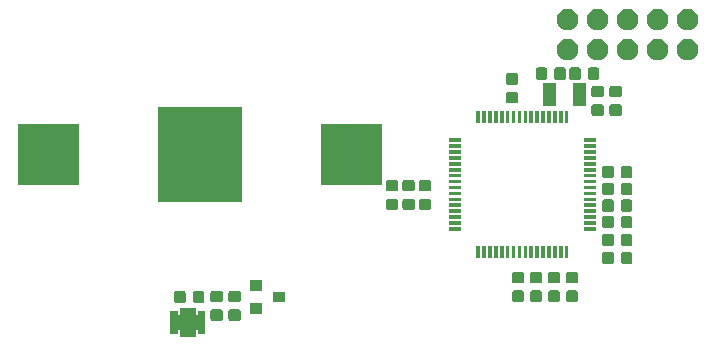
<source format=gbr>
G04 #@! TF.GenerationSoftware,KiCad,Pcbnew,5.0.2+dfsg1-1~bpo9+1*
G04 #@! TF.CreationDate,2019-04-13T13:24:29+03:00*
G04 #@! TF.ProjectId,kicad,6b696361-642e-46b6-9963-61645f706362,rev?*
G04 #@! TF.SameCoordinates,Original*
G04 #@! TF.FileFunction,Soldermask,Bot*
G04 #@! TF.FilePolarity,Negative*
%FSLAX46Y46*%
G04 Gerber Fmt 4.6, Leading zero omitted, Abs format (unit mm)*
G04 Created by KiCad (PCBNEW 5.0.2+dfsg1-1~bpo9+1) date Sat 13 Apr 2019 01:24:29 PM MSK*
%MOMM*%
%LPD*%
G01*
G04 APERTURE LIST*
%ADD10C,0.100000*%
G04 APERTURE END LIST*
D10*
G36*
X144907000Y-106807000D02*
X146685000Y-106807000D01*
X146685000Y-108077000D01*
X144907000Y-108077000D01*
X144907000Y-106807000D01*
G37*
G36*
X146484800Y-108682000D02*
X145084000Y-108682000D01*
X145084000Y-108051200D01*
X146484800Y-108051200D01*
X146484800Y-108682000D01*
X146484800Y-108682000D01*
G37*
G36*
X147274800Y-108392000D02*
X146644000Y-108392000D01*
X146644000Y-106491200D01*
X147274800Y-106491200D01*
X147274800Y-108392000D01*
X147274800Y-108392000D01*
G37*
G36*
X144924800Y-108392000D02*
X144294000Y-108392000D01*
X144294000Y-106491200D01*
X144924800Y-106491200D01*
X144924800Y-108392000D01*
X144924800Y-108392000D01*
G37*
G36*
X148558356Y-106323148D02*
X148599422Y-106335605D01*
X148637267Y-106355833D01*
X148670441Y-106383059D01*
X148697667Y-106416233D01*
X148717895Y-106454078D01*
X148730352Y-106495144D01*
X148734800Y-106540304D01*
X148734800Y-107073696D01*
X148730352Y-107118856D01*
X148717895Y-107159922D01*
X148697667Y-107197767D01*
X148670441Y-107230941D01*
X148637267Y-107258167D01*
X148599422Y-107278395D01*
X148558356Y-107290852D01*
X148513196Y-107295300D01*
X147904804Y-107295300D01*
X147859644Y-107290852D01*
X147818578Y-107278395D01*
X147780733Y-107258167D01*
X147747559Y-107230941D01*
X147720333Y-107197767D01*
X147700105Y-107159922D01*
X147687648Y-107118856D01*
X147683200Y-107073696D01*
X147683200Y-106540304D01*
X147687648Y-106495144D01*
X147700105Y-106454078D01*
X147720333Y-106416233D01*
X147747559Y-106383059D01*
X147780733Y-106355833D01*
X147818578Y-106335605D01*
X147859644Y-106323148D01*
X147904804Y-106318700D01*
X148513196Y-106318700D01*
X148558356Y-106323148D01*
X148558356Y-106323148D01*
G37*
G36*
X150082356Y-106323148D02*
X150123422Y-106335605D01*
X150161267Y-106355833D01*
X150194441Y-106383059D01*
X150221667Y-106416233D01*
X150241895Y-106454078D01*
X150254352Y-106495144D01*
X150258800Y-106540304D01*
X150258800Y-107073696D01*
X150254352Y-107118856D01*
X150241895Y-107159922D01*
X150221667Y-107197767D01*
X150194441Y-107230941D01*
X150161267Y-107258167D01*
X150123422Y-107278395D01*
X150082356Y-107290852D01*
X150037196Y-107295300D01*
X149428804Y-107295300D01*
X149383644Y-107290852D01*
X149342578Y-107278395D01*
X149304733Y-107258167D01*
X149271559Y-107230941D01*
X149244333Y-107197767D01*
X149224105Y-107159922D01*
X149211648Y-107118856D01*
X149207200Y-107073696D01*
X149207200Y-106540304D01*
X149211648Y-106495144D01*
X149224105Y-106454078D01*
X149244333Y-106416233D01*
X149271559Y-106383059D01*
X149304733Y-106355833D01*
X149342578Y-106335605D01*
X149383644Y-106323148D01*
X149428804Y-106318700D01*
X150037196Y-106318700D01*
X150082356Y-106323148D01*
X150082356Y-106323148D01*
G37*
G36*
X146484800Y-106832000D02*
X145084000Y-106832000D01*
X145084000Y-106201200D01*
X146484800Y-106201200D01*
X146484800Y-106832000D01*
X146484800Y-106832000D01*
G37*
G36*
X152027800Y-106683800D02*
X151026200Y-106683800D01*
X151026200Y-105782200D01*
X152027800Y-105782200D01*
X152027800Y-106683800D01*
X152027800Y-106683800D01*
G37*
G36*
X146996856Y-104761648D02*
X147037922Y-104774105D01*
X147075767Y-104794333D01*
X147108941Y-104821559D01*
X147136167Y-104854733D01*
X147156395Y-104892578D01*
X147168852Y-104933644D01*
X147173300Y-104978804D01*
X147173300Y-105587196D01*
X147168852Y-105632356D01*
X147156395Y-105673422D01*
X147136167Y-105711267D01*
X147108941Y-105744441D01*
X147075767Y-105771667D01*
X147037922Y-105791895D01*
X146996856Y-105804352D01*
X146951696Y-105808800D01*
X146418304Y-105808800D01*
X146373144Y-105804352D01*
X146332078Y-105791895D01*
X146294233Y-105771667D01*
X146261059Y-105744441D01*
X146233833Y-105711267D01*
X146213605Y-105673422D01*
X146201148Y-105632356D01*
X146196700Y-105587196D01*
X146196700Y-104978804D01*
X146201148Y-104933644D01*
X146213605Y-104892578D01*
X146233833Y-104854733D01*
X146261059Y-104821559D01*
X146294233Y-104794333D01*
X146332078Y-104774105D01*
X146373144Y-104761648D01*
X146418304Y-104757200D01*
X146951696Y-104757200D01*
X146996856Y-104761648D01*
X146996856Y-104761648D01*
G37*
G36*
X145421856Y-104761648D02*
X145462922Y-104774105D01*
X145500767Y-104794333D01*
X145533941Y-104821559D01*
X145561167Y-104854733D01*
X145581395Y-104892578D01*
X145593852Y-104933644D01*
X145598300Y-104978804D01*
X145598300Y-105587196D01*
X145593852Y-105632356D01*
X145581395Y-105673422D01*
X145561167Y-105711267D01*
X145533941Y-105744441D01*
X145500767Y-105771667D01*
X145462922Y-105791895D01*
X145421856Y-105804352D01*
X145376696Y-105808800D01*
X144843304Y-105808800D01*
X144798144Y-105804352D01*
X144757078Y-105791895D01*
X144719233Y-105771667D01*
X144686059Y-105744441D01*
X144658833Y-105711267D01*
X144638605Y-105673422D01*
X144626148Y-105632356D01*
X144621700Y-105587196D01*
X144621700Y-104978804D01*
X144626148Y-104933644D01*
X144638605Y-104892578D01*
X144658833Y-104854733D01*
X144686059Y-104821559D01*
X144719233Y-104794333D01*
X144757078Y-104774105D01*
X144798144Y-104761648D01*
X144843304Y-104757200D01*
X145376696Y-104757200D01*
X145421856Y-104761648D01*
X145421856Y-104761648D01*
G37*
G36*
X154027800Y-105733800D02*
X153026200Y-105733800D01*
X153026200Y-104832200D01*
X154027800Y-104832200D01*
X154027800Y-105733800D01*
X154027800Y-105733800D01*
G37*
G36*
X148558356Y-104748148D02*
X148599422Y-104760605D01*
X148637267Y-104780833D01*
X148670441Y-104808059D01*
X148697667Y-104841233D01*
X148717895Y-104879078D01*
X148730352Y-104920144D01*
X148734800Y-104965304D01*
X148734800Y-105498696D01*
X148730352Y-105543856D01*
X148717895Y-105584922D01*
X148697667Y-105622767D01*
X148670441Y-105655941D01*
X148637267Y-105683167D01*
X148599422Y-105703395D01*
X148558356Y-105715852D01*
X148513196Y-105720300D01*
X147904804Y-105720300D01*
X147859644Y-105715852D01*
X147818578Y-105703395D01*
X147780733Y-105683167D01*
X147747559Y-105655941D01*
X147720333Y-105622767D01*
X147700105Y-105584922D01*
X147687648Y-105543856D01*
X147683200Y-105498696D01*
X147683200Y-104965304D01*
X147687648Y-104920144D01*
X147700105Y-104879078D01*
X147720333Y-104841233D01*
X147747559Y-104808059D01*
X147780733Y-104780833D01*
X147818578Y-104760605D01*
X147859644Y-104748148D01*
X147904804Y-104743700D01*
X148513196Y-104743700D01*
X148558356Y-104748148D01*
X148558356Y-104748148D01*
G37*
G36*
X150082356Y-104748148D02*
X150123422Y-104760605D01*
X150161267Y-104780833D01*
X150194441Y-104808059D01*
X150221667Y-104841233D01*
X150241895Y-104879078D01*
X150254352Y-104920144D01*
X150258800Y-104965304D01*
X150258800Y-105498696D01*
X150254352Y-105543856D01*
X150241895Y-105584922D01*
X150221667Y-105622767D01*
X150194441Y-105655941D01*
X150161267Y-105683167D01*
X150123422Y-105703395D01*
X150082356Y-105715852D01*
X150037196Y-105720300D01*
X149428804Y-105720300D01*
X149383644Y-105715852D01*
X149342578Y-105703395D01*
X149304733Y-105683167D01*
X149271559Y-105655941D01*
X149244333Y-105622767D01*
X149224105Y-105584922D01*
X149211648Y-105543856D01*
X149207200Y-105498696D01*
X149207200Y-104965304D01*
X149211648Y-104920144D01*
X149224105Y-104879078D01*
X149244333Y-104841233D01*
X149271559Y-104808059D01*
X149304733Y-104780833D01*
X149342578Y-104760605D01*
X149383644Y-104748148D01*
X149428804Y-104743700D01*
X150037196Y-104743700D01*
X150082356Y-104748148D01*
X150082356Y-104748148D01*
G37*
G36*
X177133356Y-104723148D02*
X177174422Y-104735605D01*
X177212267Y-104755833D01*
X177245441Y-104783059D01*
X177272667Y-104816233D01*
X177292895Y-104854078D01*
X177305352Y-104895144D01*
X177309800Y-104940304D01*
X177309800Y-105473696D01*
X177305352Y-105518856D01*
X177292895Y-105559922D01*
X177272667Y-105597767D01*
X177245441Y-105630941D01*
X177212267Y-105658167D01*
X177174422Y-105678395D01*
X177133356Y-105690852D01*
X177088196Y-105695300D01*
X176479804Y-105695300D01*
X176434644Y-105690852D01*
X176393578Y-105678395D01*
X176355733Y-105658167D01*
X176322559Y-105630941D01*
X176295333Y-105597767D01*
X176275105Y-105559922D01*
X176262648Y-105518856D01*
X176258200Y-105473696D01*
X176258200Y-104940304D01*
X176262648Y-104895144D01*
X176275105Y-104854078D01*
X176295333Y-104816233D01*
X176322559Y-104783059D01*
X176355733Y-104755833D01*
X176393578Y-104735605D01*
X176434644Y-104723148D01*
X176479804Y-104718700D01*
X177088196Y-104718700D01*
X177133356Y-104723148D01*
X177133356Y-104723148D01*
G37*
G36*
X178657356Y-104723148D02*
X178698422Y-104735605D01*
X178736267Y-104755833D01*
X178769441Y-104783059D01*
X178796667Y-104816233D01*
X178816895Y-104854078D01*
X178829352Y-104895144D01*
X178833800Y-104940304D01*
X178833800Y-105473696D01*
X178829352Y-105518856D01*
X178816895Y-105559922D01*
X178796667Y-105597767D01*
X178769441Y-105630941D01*
X178736267Y-105658167D01*
X178698422Y-105678395D01*
X178657356Y-105690852D01*
X178612196Y-105695300D01*
X178003804Y-105695300D01*
X177958644Y-105690852D01*
X177917578Y-105678395D01*
X177879733Y-105658167D01*
X177846559Y-105630941D01*
X177819333Y-105597767D01*
X177799105Y-105559922D01*
X177786648Y-105518856D01*
X177782200Y-105473696D01*
X177782200Y-104940304D01*
X177786648Y-104895144D01*
X177799105Y-104854078D01*
X177819333Y-104816233D01*
X177846559Y-104783059D01*
X177879733Y-104755833D01*
X177917578Y-104735605D01*
X177958644Y-104723148D01*
X178003804Y-104718700D01*
X178612196Y-104718700D01*
X178657356Y-104723148D01*
X178657356Y-104723148D01*
G37*
G36*
X175609356Y-104723148D02*
X175650422Y-104735605D01*
X175688267Y-104755833D01*
X175721441Y-104783059D01*
X175748667Y-104816233D01*
X175768895Y-104854078D01*
X175781352Y-104895144D01*
X175785800Y-104940304D01*
X175785800Y-105473696D01*
X175781352Y-105518856D01*
X175768895Y-105559922D01*
X175748667Y-105597767D01*
X175721441Y-105630941D01*
X175688267Y-105658167D01*
X175650422Y-105678395D01*
X175609356Y-105690852D01*
X175564196Y-105695300D01*
X174955804Y-105695300D01*
X174910644Y-105690852D01*
X174869578Y-105678395D01*
X174831733Y-105658167D01*
X174798559Y-105630941D01*
X174771333Y-105597767D01*
X174751105Y-105559922D01*
X174738648Y-105518856D01*
X174734200Y-105473696D01*
X174734200Y-104940304D01*
X174738648Y-104895144D01*
X174751105Y-104854078D01*
X174771333Y-104816233D01*
X174798559Y-104783059D01*
X174831733Y-104755833D01*
X174869578Y-104735605D01*
X174910644Y-104723148D01*
X174955804Y-104718700D01*
X175564196Y-104718700D01*
X175609356Y-104723148D01*
X175609356Y-104723148D01*
G37*
G36*
X174085356Y-104723148D02*
X174126422Y-104735605D01*
X174164267Y-104755833D01*
X174197441Y-104783059D01*
X174224667Y-104816233D01*
X174244895Y-104854078D01*
X174257352Y-104895144D01*
X174261800Y-104940304D01*
X174261800Y-105473696D01*
X174257352Y-105518856D01*
X174244895Y-105559922D01*
X174224667Y-105597767D01*
X174197441Y-105630941D01*
X174164267Y-105658167D01*
X174126422Y-105678395D01*
X174085356Y-105690852D01*
X174040196Y-105695300D01*
X173431804Y-105695300D01*
X173386644Y-105690852D01*
X173345578Y-105678395D01*
X173307733Y-105658167D01*
X173274559Y-105630941D01*
X173247333Y-105597767D01*
X173227105Y-105559922D01*
X173214648Y-105518856D01*
X173210200Y-105473696D01*
X173210200Y-104940304D01*
X173214648Y-104895144D01*
X173227105Y-104854078D01*
X173247333Y-104816233D01*
X173274559Y-104783059D01*
X173307733Y-104755833D01*
X173345578Y-104735605D01*
X173386644Y-104723148D01*
X173431804Y-104718700D01*
X174040196Y-104718700D01*
X174085356Y-104723148D01*
X174085356Y-104723148D01*
G37*
G36*
X152027800Y-104783800D02*
X151026200Y-104783800D01*
X151026200Y-103882200D01*
X152027800Y-103882200D01*
X152027800Y-104783800D01*
X152027800Y-104783800D01*
G37*
G36*
X178657356Y-103148148D02*
X178698422Y-103160605D01*
X178736267Y-103180833D01*
X178769441Y-103208059D01*
X178796667Y-103241233D01*
X178816895Y-103279078D01*
X178829352Y-103320144D01*
X178833800Y-103365304D01*
X178833800Y-103898696D01*
X178829352Y-103943856D01*
X178816895Y-103984922D01*
X178796667Y-104022767D01*
X178769441Y-104055941D01*
X178736267Y-104083167D01*
X178698422Y-104103395D01*
X178657356Y-104115852D01*
X178612196Y-104120300D01*
X178003804Y-104120300D01*
X177958644Y-104115852D01*
X177917578Y-104103395D01*
X177879733Y-104083167D01*
X177846559Y-104055941D01*
X177819333Y-104022767D01*
X177799105Y-103984922D01*
X177786648Y-103943856D01*
X177782200Y-103898696D01*
X177782200Y-103365304D01*
X177786648Y-103320144D01*
X177799105Y-103279078D01*
X177819333Y-103241233D01*
X177846559Y-103208059D01*
X177879733Y-103180833D01*
X177917578Y-103160605D01*
X177958644Y-103148148D01*
X178003804Y-103143700D01*
X178612196Y-103143700D01*
X178657356Y-103148148D01*
X178657356Y-103148148D01*
G37*
G36*
X177133356Y-103148148D02*
X177174422Y-103160605D01*
X177212267Y-103180833D01*
X177245441Y-103208059D01*
X177272667Y-103241233D01*
X177292895Y-103279078D01*
X177305352Y-103320144D01*
X177309800Y-103365304D01*
X177309800Y-103898696D01*
X177305352Y-103943856D01*
X177292895Y-103984922D01*
X177272667Y-104022767D01*
X177245441Y-104055941D01*
X177212267Y-104083167D01*
X177174422Y-104103395D01*
X177133356Y-104115852D01*
X177088196Y-104120300D01*
X176479804Y-104120300D01*
X176434644Y-104115852D01*
X176393578Y-104103395D01*
X176355733Y-104083167D01*
X176322559Y-104055941D01*
X176295333Y-104022767D01*
X176275105Y-103984922D01*
X176262648Y-103943856D01*
X176258200Y-103898696D01*
X176258200Y-103365304D01*
X176262648Y-103320144D01*
X176275105Y-103279078D01*
X176295333Y-103241233D01*
X176322559Y-103208059D01*
X176355733Y-103180833D01*
X176393578Y-103160605D01*
X176434644Y-103148148D01*
X176479804Y-103143700D01*
X177088196Y-103143700D01*
X177133356Y-103148148D01*
X177133356Y-103148148D01*
G37*
G36*
X175609356Y-103148148D02*
X175650422Y-103160605D01*
X175688267Y-103180833D01*
X175721441Y-103208059D01*
X175748667Y-103241233D01*
X175768895Y-103279078D01*
X175781352Y-103320144D01*
X175785800Y-103365304D01*
X175785800Y-103898696D01*
X175781352Y-103943856D01*
X175768895Y-103984922D01*
X175748667Y-104022767D01*
X175721441Y-104055941D01*
X175688267Y-104083167D01*
X175650422Y-104103395D01*
X175609356Y-104115852D01*
X175564196Y-104120300D01*
X174955804Y-104120300D01*
X174910644Y-104115852D01*
X174869578Y-104103395D01*
X174831733Y-104083167D01*
X174798559Y-104055941D01*
X174771333Y-104022767D01*
X174751105Y-103984922D01*
X174738648Y-103943856D01*
X174734200Y-103898696D01*
X174734200Y-103365304D01*
X174738648Y-103320144D01*
X174751105Y-103279078D01*
X174771333Y-103241233D01*
X174798559Y-103208059D01*
X174831733Y-103180833D01*
X174869578Y-103160605D01*
X174910644Y-103148148D01*
X174955804Y-103143700D01*
X175564196Y-103143700D01*
X175609356Y-103148148D01*
X175609356Y-103148148D01*
G37*
G36*
X174085356Y-103148148D02*
X174126422Y-103160605D01*
X174164267Y-103180833D01*
X174197441Y-103208059D01*
X174224667Y-103241233D01*
X174244895Y-103279078D01*
X174257352Y-103320144D01*
X174261800Y-103365304D01*
X174261800Y-103898696D01*
X174257352Y-103943856D01*
X174244895Y-103984922D01*
X174224667Y-104022767D01*
X174197441Y-104055941D01*
X174164267Y-104083167D01*
X174126422Y-104103395D01*
X174085356Y-104115852D01*
X174040196Y-104120300D01*
X173431804Y-104120300D01*
X173386644Y-104115852D01*
X173345578Y-104103395D01*
X173307733Y-104083167D01*
X173274559Y-104055941D01*
X173247333Y-104022767D01*
X173227105Y-103984922D01*
X173214648Y-103943856D01*
X173210200Y-103898696D01*
X173210200Y-103365304D01*
X173214648Y-103320144D01*
X173227105Y-103279078D01*
X173247333Y-103241233D01*
X173274559Y-103208059D01*
X173307733Y-103180833D01*
X173345578Y-103160605D01*
X173386644Y-103148148D01*
X173431804Y-103143700D01*
X174040196Y-103143700D01*
X174085356Y-103148148D01*
X174085356Y-103148148D01*
G37*
G36*
X181667856Y-101459648D02*
X181708922Y-101472105D01*
X181746767Y-101492333D01*
X181779941Y-101519559D01*
X181807167Y-101552733D01*
X181827395Y-101590578D01*
X181839852Y-101631644D01*
X181844300Y-101676804D01*
X181844300Y-102285196D01*
X181839852Y-102330356D01*
X181827395Y-102371422D01*
X181807167Y-102409267D01*
X181779941Y-102442441D01*
X181746767Y-102469667D01*
X181708922Y-102489895D01*
X181667856Y-102502352D01*
X181622696Y-102506800D01*
X181089304Y-102506800D01*
X181044144Y-102502352D01*
X181003078Y-102489895D01*
X180965233Y-102469667D01*
X180932059Y-102442441D01*
X180904833Y-102409267D01*
X180884605Y-102371422D01*
X180872148Y-102330356D01*
X180867700Y-102285196D01*
X180867700Y-101676804D01*
X180872148Y-101631644D01*
X180884605Y-101590578D01*
X180904833Y-101552733D01*
X180932059Y-101519559D01*
X180965233Y-101492333D01*
X181003078Y-101472105D01*
X181044144Y-101459648D01*
X181089304Y-101455200D01*
X181622696Y-101455200D01*
X181667856Y-101459648D01*
X181667856Y-101459648D01*
G37*
G36*
X183242856Y-101459648D02*
X183283922Y-101472105D01*
X183321767Y-101492333D01*
X183354941Y-101519559D01*
X183382167Y-101552733D01*
X183402395Y-101590578D01*
X183414852Y-101631644D01*
X183419300Y-101676804D01*
X183419300Y-102285196D01*
X183414852Y-102330356D01*
X183402395Y-102371422D01*
X183382167Y-102409267D01*
X183354941Y-102442441D01*
X183321767Y-102469667D01*
X183283922Y-102489895D01*
X183242856Y-102502352D01*
X183197696Y-102506800D01*
X182664304Y-102506800D01*
X182619144Y-102502352D01*
X182578078Y-102489895D01*
X182540233Y-102469667D01*
X182507059Y-102442441D01*
X182479833Y-102409267D01*
X182459605Y-102371422D01*
X182447148Y-102330356D01*
X182442700Y-102285196D01*
X182442700Y-101676804D01*
X182447148Y-101631644D01*
X182459605Y-101590578D01*
X182479833Y-101552733D01*
X182507059Y-101519559D01*
X182540233Y-101492333D01*
X182578078Y-101472105D01*
X182619144Y-101459648D01*
X182664304Y-101455200D01*
X183197696Y-101455200D01*
X183242856Y-101459648D01*
X183242856Y-101459648D01*
G37*
G36*
X175007480Y-101982960D02*
X174706680Y-101982960D01*
X174706680Y-100932160D01*
X175007480Y-100932160D01*
X175007480Y-101982960D01*
X175007480Y-101982960D01*
G37*
G36*
X174507480Y-101982960D02*
X174206680Y-101982960D01*
X174206680Y-100932160D01*
X174507480Y-100932160D01*
X174507480Y-101982960D01*
X174507480Y-101982960D01*
G37*
G36*
X174007480Y-101982960D02*
X173706680Y-101982960D01*
X173706680Y-100932160D01*
X174007480Y-100932160D01*
X174007480Y-101982960D01*
X174007480Y-101982960D01*
G37*
G36*
X173507480Y-101982960D02*
X173206680Y-101982960D01*
X173206680Y-100932160D01*
X173507480Y-100932160D01*
X173507480Y-101982960D01*
X173507480Y-101982960D01*
G37*
G36*
X173007480Y-101982960D02*
X172706680Y-101982960D01*
X172706680Y-100932160D01*
X173007480Y-100932160D01*
X173007480Y-101982960D01*
X173007480Y-101982960D01*
G37*
G36*
X172507480Y-101982960D02*
X172206680Y-101982960D01*
X172206680Y-100932160D01*
X172507480Y-100932160D01*
X172507480Y-101982960D01*
X172507480Y-101982960D01*
G37*
G36*
X172007480Y-101982960D02*
X171706680Y-101982960D01*
X171706680Y-100932160D01*
X172007480Y-100932160D01*
X172007480Y-101982960D01*
X172007480Y-101982960D01*
G37*
G36*
X171507480Y-101982960D02*
X171206680Y-101982960D01*
X171206680Y-100932160D01*
X171507480Y-100932160D01*
X171507480Y-101982960D01*
X171507480Y-101982960D01*
G37*
G36*
X176507480Y-101982960D02*
X176206680Y-101982960D01*
X176206680Y-100932160D01*
X176507480Y-100932160D01*
X176507480Y-101982960D01*
X176507480Y-101982960D01*
G37*
G36*
X176007480Y-101982960D02*
X175706680Y-101982960D01*
X175706680Y-100932160D01*
X176007480Y-100932160D01*
X176007480Y-101982960D01*
X176007480Y-101982960D01*
G37*
G36*
X170507480Y-101982960D02*
X170206680Y-101982960D01*
X170206680Y-100932160D01*
X170507480Y-100932160D01*
X170507480Y-101982960D01*
X170507480Y-101982960D01*
G37*
G36*
X175507480Y-101982960D02*
X175206680Y-101982960D01*
X175206680Y-100932160D01*
X175507480Y-100932160D01*
X175507480Y-101982960D01*
X175507480Y-101982960D01*
G37*
G36*
X178007480Y-101982960D02*
X177706680Y-101982960D01*
X177706680Y-100932160D01*
X178007480Y-100932160D01*
X178007480Y-101982960D01*
X178007480Y-101982960D01*
G37*
G36*
X177507480Y-101982960D02*
X177206680Y-101982960D01*
X177206680Y-100932160D01*
X177507480Y-100932160D01*
X177507480Y-101982960D01*
X177507480Y-101982960D01*
G37*
G36*
X177007480Y-101982960D02*
X176706680Y-101982960D01*
X176706680Y-100932160D01*
X177007480Y-100932160D01*
X177007480Y-101982960D01*
X177007480Y-101982960D01*
G37*
G36*
X171007480Y-101982960D02*
X170706680Y-101982960D01*
X170706680Y-100932160D01*
X171007480Y-100932160D01*
X171007480Y-101982960D01*
X171007480Y-101982960D01*
G37*
G36*
X183242856Y-99935648D02*
X183283922Y-99948105D01*
X183321767Y-99968333D01*
X183354941Y-99995559D01*
X183382167Y-100028733D01*
X183402395Y-100066578D01*
X183414852Y-100107644D01*
X183419300Y-100152804D01*
X183419300Y-100761196D01*
X183414852Y-100806356D01*
X183402395Y-100847422D01*
X183382167Y-100885267D01*
X183354941Y-100918441D01*
X183321767Y-100945667D01*
X183283922Y-100965895D01*
X183242856Y-100978352D01*
X183197696Y-100982800D01*
X182664304Y-100982800D01*
X182619144Y-100978352D01*
X182578078Y-100965895D01*
X182540233Y-100945667D01*
X182507059Y-100918441D01*
X182479833Y-100885267D01*
X182459605Y-100847422D01*
X182447148Y-100806356D01*
X182442700Y-100761196D01*
X182442700Y-100152804D01*
X182447148Y-100107644D01*
X182459605Y-100066578D01*
X182479833Y-100028733D01*
X182507059Y-99995559D01*
X182540233Y-99968333D01*
X182578078Y-99948105D01*
X182619144Y-99935648D01*
X182664304Y-99931200D01*
X183197696Y-99931200D01*
X183242856Y-99935648D01*
X183242856Y-99935648D01*
G37*
G36*
X181667856Y-99935648D02*
X181708922Y-99948105D01*
X181746767Y-99968333D01*
X181779941Y-99995559D01*
X181807167Y-100028733D01*
X181827395Y-100066578D01*
X181839852Y-100107644D01*
X181844300Y-100152804D01*
X181844300Y-100761196D01*
X181839852Y-100806356D01*
X181827395Y-100847422D01*
X181807167Y-100885267D01*
X181779941Y-100918441D01*
X181746767Y-100945667D01*
X181708922Y-100965895D01*
X181667856Y-100978352D01*
X181622696Y-100982800D01*
X181089304Y-100982800D01*
X181044144Y-100978352D01*
X181003078Y-100965895D01*
X180965233Y-100945667D01*
X180932059Y-100918441D01*
X180904833Y-100885267D01*
X180884605Y-100847422D01*
X180872148Y-100806356D01*
X180867700Y-100761196D01*
X180867700Y-100152804D01*
X180872148Y-100107644D01*
X180884605Y-100066578D01*
X180904833Y-100028733D01*
X180932059Y-99995559D01*
X180965233Y-99968333D01*
X181003078Y-99948105D01*
X181044144Y-99935648D01*
X181089304Y-99931200D01*
X181622696Y-99931200D01*
X181667856Y-99935648D01*
X181667856Y-99935648D01*
G37*
G36*
X180332480Y-99657960D02*
X179281680Y-99657960D01*
X179281680Y-99357160D01*
X180332480Y-99357160D01*
X180332480Y-99657960D01*
X180332480Y-99657960D01*
G37*
G36*
X168932480Y-99657960D02*
X167881680Y-99657960D01*
X167881680Y-99357160D01*
X168932480Y-99357160D01*
X168932480Y-99657960D01*
X168932480Y-99657960D01*
G37*
G36*
X183242856Y-98411648D02*
X183283922Y-98424105D01*
X183321767Y-98444333D01*
X183354941Y-98471559D01*
X183382167Y-98504733D01*
X183402395Y-98542578D01*
X183414852Y-98583644D01*
X183419300Y-98628804D01*
X183419300Y-99237196D01*
X183414852Y-99282356D01*
X183402395Y-99323422D01*
X183382167Y-99361267D01*
X183354941Y-99394441D01*
X183321767Y-99421667D01*
X183283922Y-99441895D01*
X183242856Y-99454352D01*
X183197696Y-99458800D01*
X182664304Y-99458800D01*
X182619144Y-99454352D01*
X182578078Y-99441895D01*
X182540233Y-99421667D01*
X182507059Y-99394441D01*
X182479833Y-99361267D01*
X182459605Y-99323422D01*
X182447148Y-99282356D01*
X182442700Y-99237196D01*
X182442700Y-98628804D01*
X182447148Y-98583644D01*
X182459605Y-98542578D01*
X182479833Y-98504733D01*
X182507059Y-98471559D01*
X182540233Y-98444333D01*
X182578078Y-98424105D01*
X182619144Y-98411648D01*
X182664304Y-98407200D01*
X183197696Y-98407200D01*
X183242856Y-98411648D01*
X183242856Y-98411648D01*
G37*
G36*
X181667856Y-98411648D02*
X181708922Y-98424105D01*
X181746767Y-98444333D01*
X181779941Y-98471559D01*
X181807167Y-98504733D01*
X181827395Y-98542578D01*
X181839852Y-98583644D01*
X181844300Y-98628804D01*
X181844300Y-99237196D01*
X181839852Y-99282356D01*
X181827395Y-99323422D01*
X181807167Y-99361267D01*
X181779941Y-99394441D01*
X181746767Y-99421667D01*
X181708922Y-99441895D01*
X181667856Y-99454352D01*
X181622696Y-99458800D01*
X181089304Y-99458800D01*
X181044144Y-99454352D01*
X181003078Y-99441895D01*
X180965233Y-99421667D01*
X180932059Y-99394441D01*
X180904833Y-99361267D01*
X180884605Y-99323422D01*
X180872148Y-99282356D01*
X180867700Y-99237196D01*
X180867700Y-98628804D01*
X180872148Y-98583644D01*
X180884605Y-98542578D01*
X180904833Y-98504733D01*
X180932059Y-98471559D01*
X180965233Y-98444333D01*
X181003078Y-98424105D01*
X181044144Y-98411648D01*
X181089304Y-98407200D01*
X181622696Y-98407200D01*
X181667856Y-98411648D01*
X181667856Y-98411648D01*
G37*
G36*
X180332480Y-99157960D02*
X179281680Y-99157960D01*
X179281680Y-98857160D01*
X180332480Y-98857160D01*
X180332480Y-99157960D01*
X180332480Y-99157960D01*
G37*
G36*
X168932480Y-99157960D02*
X167881680Y-99157960D01*
X167881680Y-98857160D01*
X168932480Y-98857160D01*
X168932480Y-99157960D01*
X168932480Y-99157960D01*
G37*
G36*
X168932480Y-98657960D02*
X167881680Y-98657960D01*
X167881680Y-98357160D01*
X168932480Y-98357160D01*
X168932480Y-98657960D01*
X168932480Y-98657960D01*
G37*
G36*
X180332480Y-98657960D02*
X179281680Y-98657960D01*
X179281680Y-98357160D01*
X180332480Y-98357160D01*
X180332480Y-98657960D01*
X180332480Y-98657960D01*
G37*
G36*
X168932480Y-98157960D02*
X167881680Y-98157960D01*
X167881680Y-97857160D01*
X168932480Y-97857160D01*
X168932480Y-98157960D01*
X168932480Y-98157960D01*
G37*
G36*
X180332480Y-98157960D02*
X179281680Y-98157960D01*
X179281680Y-97857160D01*
X180332480Y-97857160D01*
X180332480Y-98157960D01*
X180332480Y-98157960D01*
G37*
G36*
X181667856Y-97014648D02*
X181708922Y-97027105D01*
X181746767Y-97047333D01*
X181779941Y-97074559D01*
X181807167Y-97107733D01*
X181827395Y-97145578D01*
X181839852Y-97186644D01*
X181844300Y-97231804D01*
X181844300Y-97840196D01*
X181839852Y-97885356D01*
X181827395Y-97926422D01*
X181807167Y-97964267D01*
X181779941Y-97997441D01*
X181746767Y-98024667D01*
X181708922Y-98044895D01*
X181667856Y-98057352D01*
X181622696Y-98061800D01*
X181089304Y-98061800D01*
X181044144Y-98057352D01*
X181003078Y-98044895D01*
X180965233Y-98024667D01*
X180932059Y-97997441D01*
X180904833Y-97964267D01*
X180884605Y-97926422D01*
X180872148Y-97885356D01*
X180867700Y-97840196D01*
X180867700Y-97231804D01*
X180872148Y-97186644D01*
X180884605Y-97145578D01*
X180904833Y-97107733D01*
X180932059Y-97074559D01*
X180965233Y-97047333D01*
X181003078Y-97027105D01*
X181044144Y-97014648D01*
X181089304Y-97010200D01*
X181622696Y-97010200D01*
X181667856Y-97014648D01*
X181667856Y-97014648D01*
G37*
G36*
X183242856Y-97014648D02*
X183283922Y-97027105D01*
X183321767Y-97047333D01*
X183354941Y-97074559D01*
X183382167Y-97107733D01*
X183402395Y-97145578D01*
X183414852Y-97186644D01*
X183419300Y-97231804D01*
X183419300Y-97840196D01*
X183414852Y-97885356D01*
X183402395Y-97926422D01*
X183382167Y-97964267D01*
X183354941Y-97997441D01*
X183321767Y-98024667D01*
X183283922Y-98044895D01*
X183242856Y-98057352D01*
X183197696Y-98061800D01*
X182664304Y-98061800D01*
X182619144Y-98057352D01*
X182578078Y-98044895D01*
X182540233Y-98024667D01*
X182507059Y-97997441D01*
X182479833Y-97964267D01*
X182459605Y-97926422D01*
X182447148Y-97885356D01*
X182442700Y-97840196D01*
X182442700Y-97231804D01*
X182447148Y-97186644D01*
X182459605Y-97145578D01*
X182479833Y-97107733D01*
X182507059Y-97074559D01*
X182540233Y-97047333D01*
X182578078Y-97027105D01*
X182619144Y-97014648D01*
X182664304Y-97010200D01*
X183197696Y-97010200D01*
X183242856Y-97014648D01*
X183242856Y-97014648D01*
G37*
G36*
X163417356Y-96950648D02*
X163458422Y-96963105D01*
X163496267Y-96983333D01*
X163529441Y-97010559D01*
X163556667Y-97043733D01*
X163576895Y-97081578D01*
X163589352Y-97122644D01*
X163593800Y-97167804D01*
X163593800Y-97701196D01*
X163589352Y-97746356D01*
X163576895Y-97787422D01*
X163556667Y-97825267D01*
X163529441Y-97858441D01*
X163496267Y-97885667D01*
X163458422Y-97905895D01*
X163417356Y-97918352D01*
X163372196Y-97922800D01*
X162763804Y-97922800D01*
X162718644Y-97918352D01*
X162677578Y-97905895D01*
X162639733Y-97885667D01*
X162606559Y-97858441D01*
X162579333Y-97825267D01*
X162559105Y-97787422D01*
X162546648Y-97746356D01*
X162542200Y-97701196D01*
X162542200Y-97167804D01*
X162546648Y-97122644D01*
X162559105Y-97081578D01*
X162579333Y-97043733D01*
X162606559Y-97010559D01*
X162639733Y-96983333D01*
X162677578Y-96963105D01*
X162718644Y-96950648D01*
X162763804Y-96946200D01*
X163372196Y-96946200D01*
X163417356Y-96950648D01*
X163417356Y-96950648D01*
G37*
G36*
X164814356Y-96950648D02*
X164855422Y-96963105D01*
X164893267Y-96983333D01*
X164926441Y-97010559D01*
X164953667Y-97043733D01*
X164973895Y-97081578D01*
X164986352Y-97122644D01*
X164990800Y-97167804D01*
X164990800Y-97701196D01*
X164986352Y-97746356D01*
X164973895Y-97787422D01*
X164953667Y-97825267D01*
X164926441Y-97858441D01*
X164893267Y-97885667D01*
X164855422Y-97905895D01*
X164814356Y-97918352D01*
X164769196Y-97922800D01*
X164160804Y-97922800D01*
X164115644Y-97918352D01*
X164074578Y-97905895D01*
X164036733Y-97885667D01*
X164003559Y-97858441D01*
X163976333Y-97825267D01*
X163956105Y-97787422D01*
X163943648Y-97746356D01*
X163939200Y-97701196D01*
X163939200Y-97167804D01*
X163943648Y-97122644D01*
X163956105Y-97081578D01*
X163976333Y-97043733D01*
X164003559Y-97010559D01*
X164036733Y-96983333D01*
X164074578Y-96963105D01*
X164115644Y-96950648D01*
X164160804Y-96946200D01*
X164769196Y-96946200D01*
X164814356Y-96950648D01*
X164814356Y-96950648D01*
G37*
G36*
X166211356Y-96950648D02*
X166252422Y-96963105D01*
X166290267Y-96983333D01*
X166323441Y-97010559D01*
X166350667Y-97043733D01*
X166370895Y-97081578D01*
X166383352Y-97122644D01*
X166387800Y-97167804D01*
X166387800Y-97701196D01*
X166383352Y-97746356D01*
X166370895Y-97787422D01*
X166350667Y-97825267D01*
X166323441Y-97858441D01*
X166290267Y-97885667D01*
X166252422Y-97905895D01*
X166211356Y-97918352D01*
X166166196Y-97922800D01*
X165557804Y-97922800D01*
X165512644Y-97918352D01*
X165471578Y-97905895D01*
X165433733Y-97885667D01*
X165400559Y-97858441D01*
X165373333Y-97825267D01*
X165353105Y-97787422D01*
X165340648Y-97746356D01*
X165336200Y-97701196D01*
X165336200Y-97167804D01*
X165340648Y-97122644D01*
X165353105Y-97081578D01*
X165373333Y-97043733D01*
X165400559Y-97010559D01*
X165433733Y-96983333D01*
X165471578Y-96963105D01*
X165512644Y-96950648D01*
X165557804Y-96946200D01*
X166166196Y-96946200D01*
X166211356Y-96950648D01*
X166211356Y-96950648D01*
G37*
G36*
X168932480Y-97657960D02*
X167881680Y-97657960D01*
X167881680Y-97357160D01*
X168932480Y-97357160D01*
X168932480Y-97657960D01*
X168932480Y-97657960D01*
G37*
G36*
X180332480Y-97657960D02*
X179281680Y-97657960D01*
X179281680Y-97357160D01*
X180332480Y-97357160D01*
X180332480Y-97657960D01*
X180332480Y-97657960D01*
G37*
G36*
X150362800Y-97268800D02*
X143261200Y-97268800D01*
X143261200Y-89167200D01*
X150362800Y-89167200D01*
X150362800Y-97268800D01*
X150362800Y-97268800D01*
G37*
G36*
X180332480Y-97157960D02*
X179281680Y-97157960D01*
X179281680Y-96857160D01*
X180332480Y-96857160D01*
X180332480Y-97157960D01*
X180332480Y-97157960D01*
G37*
G36*
X168932480Y-97157960D02*
X167881680Y-97157960D01*
X167881680Y-96857160D01*
X168932480Y-96857160D01*
X168932480Y-97157960D01*
X168932480Y-97157960D01*
G37*
G36*
X183242856Y-95617648D02*
X183283922Y-95630105D01*
X183321767Y-95650333D01*
X183354941Y-95677559D01*
X183382167Y-95710733D01*
X183402395Y-95748578D01*
X183414852Y-95789644D01*
X183419300Y-95834804D01*
X183419300Y-96443196D01*
X183414852Y-96488356D01*
X183402395Y-96529422D01*
X183382167Y-96567267D01*
X183354941Y-96600441D01*
X183321767Y-96627667D01*
X183283922Y-96647895D01*
X183242856Y-96660352D01*
X183197696Y-96664800D01*
X182664304Y-96664800D01*
X182619144Y-96660352D01*
X182578078Y-96647895D01*
X182540233Y-96627667D01*
X182507059Y-96600441D01*
X182479833Y-96567267D01*
X182459605Y-96529422D01*
X182447148Y-96488356D01*
X182442700Y-96443196D01*
X182442700Y-95834804D01*
X182447148Y-95789644D01*
X182459605Y-95748578D01*
X182479833Y-95710733D01*
X182507059Y-95677559D01*
X182540233Y-95650333D01*
X182578078Y-95630105D01*
X182619144Y-95617648D01*
X182664304Y-95613200D01*
X183197696Y-95613200D01*
X183242856Y-95617648D01*
X183242856Y-95617648D01*
G37*
G36*
X181667856Y-95617648D02*
X181708922Y-95630105D01*
X181746767Y-95650333D01*
X181779941Y-95677559D01*
X181807167Y-95710733D01*
X181827395Y-95748578D01*
X181839852Y-95789644D01*
X181844300Y-95834804D01*
X181844300Y-96443196D01*
X181839852Y-96488356D01*
X181827395Y-96529422D01*
X181807167Y-96567267D01*
X181779941Y-96600441D01*
X181746767Y-96627667D01*
X181708922Y-96647895D01*
X181667856Y-96660352D01*
X181622696Y-96664800D01*
X181089304Y-96664800D01*
X181044144Y-96660352D01*
X181003078Y-96647895D01*
X180965233Y-96627667D01*
X180932059Y-96600441D01*
X180904833Y-96567267D01*
X180884605Y-96529422D01*
X180872148Y-96488356D01*
X180867700Y-96443196D01*
X180867700Y-95834804D01*
X180872148Y-95789644D01*
X180884605Y-95748578D01*
X180904833Y-95710733D01*
X180932059Y-95677559D01*
X180965233Y-95650333D01*
X181003078Y-95630105D01*
X181044144Y-95617648D01*
X181089304Y-95613200D01*
X181622696Y-95613200D01*
X181667856Y-95617648D01*
X181667856Y-95617648D01*
G37*
G36*
X168932480Y-96657960D02*
X167881680Y-96657960D01*
X167881680Y-96357160D01*
X168932480Y-96357160D01*
X168932480Y-96657960D01*
X168932480Y-96657960D01*
G37*
G36*
X180332480Y-96657960D02*
X179281680Y-96657960D01*
X179281680Y-96357160D01*
X180332480Y-96357160D01*
X180332480Y-96657960D01*
X180332480Y-96657960D01*
G37*
G36*
X163417356Y-95375648D02*
X163458422Y-95388105D01*
X163496267Y-95408333D01*
X163529441Y-95435559D01*
X163556667Y-95468733D01*
X163576895Y-95506578D01*
X163589352Y-95547644D01*
X163593800Y-95592804D01*
X163593800Y-96126196D01*
X163589352Y-96171356D01*
X163576895Y-96212422D01*
X163556667Y-96250267D01*
X163529441Y-96283441D01*
X163496267Y-96310667D01*
X163458422Y-96330895D01*
X163417356Y-96343352D01*
X163372196Y-96347800D01*
X162763804Y-96347800D01*
X162718644Y-96343352D01*
X162677578Y-96330895D01*
X162639733Y-96310667D01*
X162606559Y-96283441D01*
X162579333Y-96250267D01*
X162559105Y-96212422D01*
X162546648Y-96171356D01*
X162542200Y-96126196D01*
X162542200Y-95592804D01*
X162546648Y-95547644D01*
X162559105Y-95506578D01*
X162579333Y-95468733D01*
X162606559Y-95435559D01*
X162639733Y-95408333D01*
X162677578Y-95388105D01*
X162718644Y-95375648D01*
X162763804Y-95371200D01*
X163372196Y-95371200D01*
X163417356Y-95375648D01*
X163417356Y-95375648D01*
G37*
G36*
X166211356Y-95375648D02*
X166252422Y-95388105D01*
X166290267Y-95408333D01*
X166323441Y-95435559D01*
X166350667Y-95468733D01*
X166370895Y-95506578D01*
X166383352Y-95547644D01*
X166387800Y-95592804D01*
X166387800Y-96126196D01*
X166383352Y-96171356D01*
X166370895Y-96212422D01*
X166350667Y-96250267D01*
X166323441Y-96283441D01*
X166290267Y-96310667D01*
X166252422Y-96330895D01*
X166211356Y-96343352D01*
X166166196Y-96347800D01*
X165557804Y-96347800D01*
X165512644Y-96343352D01*
X165471578Y-96330895D01*
X165433733Y-96310667D01*
X165400559Y-96283441D01*
X165373333Y-96250267D01*
X165353105Y-96212422D01*
X165340648Y-96171356D01*
X165336200Y-96126196D01*
X165336200Y-95592804D01*
X165340648Y-95547644D01*
X165353105Y-95506578D01*
X165373333Y-95468733D01*
X165400559Y-95435559D01*
X165433733Y-95408333D01*
X165471578Y-95388105D01*
X165512644Y-95375648D01*
X165557804Y-95371200D01*
X166166196Y-95371200D01*
X166211356Y-95375648D01*
X166211356Y-95375648D01*
G37*
G36*
X164814356Y-95375648D02*
X164855422Y-95388105D01*
X164893267Y-95408333D01*
X164926441Y-95435559D01*
X164953667Y-95468733D01*
X164973895Y-95506578D01*
X164986352Y-95547644D01*
X164990800Y-95592804D01*
X164990800Y-96126196D01*
X164986352Y-96171356D01*
X164973895Y-96212422D01*
X164953667Y-96250267D01*
X164926441Y-96283441D01*
X164893267Y-96310667D01*
X164855422Y-96330895D01*
X164814356Y-96343352D01*
X164769196Y-96347800D01*
X164160804Y-96347800D01*
X164115644Y-96343352D01*
X164074578Y-96330895D01*
X164036733Y-96310667D01*
X164003559Y-96283441D01*
X163976333Y-96250267D01*
X163956105Y-96212422D01*
X163943648Y-96171356D01*
X163939200Y-96126196D01*
X163939200Y-95592804D01*
X163943648Y-95547644D01*
X163956105Y-95506578D01*
X163976333Y-95468733D01*
X164003559Y-95435559D01*
X164036733Y-95408333D01*
X164074578Y-95388105D01*
X164115644Y-95375648D01*
X164160804Y-95371200D01*
X164769196Y-95371200D01*
X164814356Y-95375648D01*
X164814356Y-95375648D01*
G37*
G36*
X180332480Y-96157960D02*
X179281680Y-96157960D01*
X179281680Y-95857160D01*
X180332480Y-95857160D01*
X180332480Y-96157960D01*
X180332480Y-96157960D01*
G37*
G36*
X168932480Y-96157960D02*
X167881680Y-96157960D01*
X167881680Y-95857160D01*
X168932480Y-95857160D01*
X168932480Y-96157960D01*
X168932480Y-96157960D01*
G37*
G36*
X162252800Y-95808800D02*
X157071200Y-95808800D01*
X157071200Y-90627200D01*
X162252800Y-90627200D01*
X162252800Y-95808800D01*
X162252800Y-95808800D01*
G37*
G36*
X136552800Y-95808800D02*
X131371200Y-95808800D01*
X131371200Y-90627200D01*
X136552800Y-90627200D01*
X136552800Y-95808800D01*
X136552800Y-95808800D01*
G37*
G36*
X180332480Y-95657960D02*
X179281680Y-95657960D01*
X179281680Y-95357160D01*
X180332480Y-95357160D01*
X180332480Y-95657960D01*
X180332480Y-95657960D01*
G37*
G36*
X168932480Y-95657960D02*
X167881680Y-95657960D01*
X167881680Y-95357160D01*
X168932480Y-95357160D01*
X168932480Y-95657960D01*
X168932480Y-95657960D01*
G37*
G36*
X183242856Y-94182548D02*
X183283922Y-94195005D01*
X183321767Y-94215233D01*
X183354941Y-94242459D01*
X183382167Y-94275633D01*
X183402395Y-94313478D01*
X183414852Y-94354544D01*
X183419300Y-94399704D01*
X183419300Y-95008096D01*
X183414852Y-95053256D01*
X183402395Y-95094322D01*
X183382167Y-95132167D01*
X183354941Y-95165341D01*
X183321767Y-95192567D01*
X183283922Y-95212795D01*
X183242856Y-95225252D01*
X183197696Y-95229700D01*
X182664304Y-95229700D01*
X182619144Y-95225252D01*
X182578078Y-95212795D01*
X182540233Y-95192567D01*
X182507059Y-95165341D01*
X182479833Y-95132167D01*
X182459605Y-95094322D01*
X182447148Y-95053256D01*
X182442700Y-95008096D01*
X182442700Y-94399704D01*
X182447148Y-94354544D01*
X182459605Y-94313478D01*
X182479833Y-94275633D01*
X182507059Y-94242459D01*
X182540233Y-94215233D01*
X182578078Y-94195005D01*
X182619144Y-94182548D01*
X182664304Y-94178100D01*
X183197696Y-94178100D01*
X183242856Y-94182548D01*
X183242856Y-94182548D01*
G37*
G36*
X181667856Y-94182548D02*
X181708922Y-94195005D01*
X181746767Y-94215233D01*
X181779941Y-94242459D01*
X181807167Y-94275633D01*
X181827395Y-94313478D01*
X181839852Y-94354544D01*
X181844300Y-94399704D01*
X181844300Y-95008096D01*
X181839852Y-95053256D01*
X181827395Y-95094322D01*
X181807167Y-95132167D01*
X181779941Y-95165341D01*
X181746767Y-95192567D01*
X181708922Y-95212795D01*
X181667856Y-95225252D01*
X181622696Y-95229700D01*
X181089304Y-95229700D01*
X181044144Y-95225252D01*
X181003078Y-95212795D01*
X180965233Y-95192567D01*
X180932059Y-95165341D01*
X180904833Y-95132167D01*
X180884605Y-95094322D01*
X180872148Y-95053256D01*
X180867700Y-95008096D01*
X180867700Y-94399704D01*
X180872148Y-94354544D01*
X180884605Y-94313478D01*
X180904833Y-94275633D01*
X180932059Y-94242459D01*
X180965233Y-94215233D01*
X181003078Y-94195005D01*
X181044144Y-94182548D01*
X181089304Y-94178100D01*
X181622696Y-94178100D01*
X181667856Y-94182548D01*
X181667856Y-94182548D01*
G37*
G36*
X180332480Y-95157960D02*
X179281680Y-95157960D01*
X179281680Y-94857160D01*
X180332480Y-94857160D01*
X180332480Y-95157960D01*
X180332480Y-95157960D01*
G37*
G36*
X168932480Y-95157960D02*
X167881680Y-95157960D01*
X167881680Y-94857160D01*
X168932480Y-94857160D01*
X168932480Y-95157960D01*
X168932480Y-95157960D01*
G37*
G36*
X168932480Y-94657960D02*
X167881680Y-94657960D01*
X167881680Y-94357160D01*
X168932480Y-94357160D01*
X168932480Y-94657960D01*
X168932480Y-94657960D01*
G37*
G36*
X180332480Y-94657960D02*
X179281680Y-94657960D01*
X179281680Y-94357160D01*
X180332480Y-94357160D01*
X180332480Y-94657960D01*
X180332480Y-94657960D01*
G37*
G36*
X180332480Y-94157960D02*
X179281680Y-94157960D01*
X179281680Y-93857160D01*
X180332480Y-93857160D01*
X180332480Y-94157960D01*
X180332480Y-94157960D01*
G37*
G36*
X168932480Y-94157960D02*
X167881680Y-94157960D01*
X167881680Y-93857160D01*
X168932480Y-93857160D01*
X168932480Y-94157960D01*
X168932480Y-94157960D01*
G37*
G36*
X180332480Y-93657960D02*
X179281680Y-93657960D01*
X179281680Y-93357160D01*
X180332480Y-93357160D01*
X180332480Y-93657960D01*
X180332480Y-93657960D01*
G37*
G36*
X168932480Y-93657960D02*
X167881680Y-93657960D01*
X167881680Y-93357160D01*
X168932480Y-93357160D01*
X168932480Y-93657960D01*
X168932480Y-93657960D01*
G37*
G36*
X180332480Y-93157960D02*
X179281680Y-93157960D01*
X179281680Y-92857160D01*
X180332480Y-92857160D01*
X180332480Y-93157960D01*
X180332480Y-93157960D01*
G37*
G36*
X168932480Y-93157960D02*
X167881680Y-93157960D01*
X167881680Y-92857160D01*
X168932480Y-92857160D01*
X168932480Y-93157960D01*
X168932480Y-93157960D01*
G37*
G36*
X168932480Y-92657960D02*
X167881680Y-92657960D01*
X167881680Y-92357160D01*
X168932480Y-92357160D01*
X168932480Y-92657960D01*
X168932480Y-92657960D01*
G37*
G36*
X180332480Y-92657960D02*
X179281680Y-92657960D01*
X179281680Y-92357160D01*
X180332480Y-92357160D01*
X180332480Y-92657960D01*
X180332480Y-92657960D01*
G37*
G36*
X180332480Y-92157960D02*
X179281680Y-92157960D01*
X179281680Y-91857160D01*
X180332480Y-91857160D01*
X180332480Y-92157960D01*
X180332480Y-92157960D01*
G37*
G36*
X168932480Y-92157960D02*
X167881680Y-92157960D01*
X167881680Y-91857160D01*
X168932480Y-91857160D01*
X168932480Y-92157960D01*
X168932480Y-92157960D01*
G37*
G36*
X173007480Y-90582960D02*
X172706680Y-90582960D01*
X172706680Y-89532160D01*
X173007480Y-89532160D01*
X173007480Y-90582960D01*
X173007480Y-90582960D01*
G37*
G36*
X178007480Y-90582960D02*
X177706680Y-90582960D01*
X177706680Y-89532160D01*
X178007480Y-89532160D01*
X178007480Y-90582960D01*
X178007480Y-90582960D01*
G37*
G36*
X177007480Y-90582960D02*
X176706680Y-90582960D01*
X176706680Y-89532160D01*
X177007480Y-89532160D01*
X177007480Y-90582960D01*
X177007480Y-90582960D01*
G37*
G36*
X176507480Y-90582960D02*
X176206680Y-90582960D01*
X176206680Y-89532160D01*
X176507480Y-89532160D01*
X176507480Y-90582960D01*
X176507480Y-90582960D01*
G37*
G36*
X177507480Y-90582960D02*
X177206680Y-90582960D01*
X177206680Y-89532160D01*
X177507480Y-89532160D01*
X177507480Y-90582960D01*
X177507480Y-90582960D01*
G37*
G36*
X175507480Y-90582960D02*
X175206680Y-90582960D01*
X175206680Y-89532160D01*
X175507480Y-89532160D01*
X175507480Y-90582960D01*
X175507480Y-90582960D01*
G37*
G36*
X174507480Y-90582960D02*
X174206680Y-90582960D01*
X174206680Y-89532160D01*
X174507480Y-89532160D01*
X174507480Y-90582960D01*
X174507480Y-90582960D01*
G37*
G36*
X176007480Y-90582960D02*
X175706680Y-90582960D01*
X175706680Y-89532160D01*
X176007480Y-89532160D01*
X176007480Y-90582960D01*
X176007480Y-90582960D01*
G37*
G36*
X175007480Y-90582960D02*
X174706680Y-90582960D01*
X174706680Y-89532160D01*
X175007480Y-89532160D01*
X175007480Y-90582960D01*
X175007480Y-90582960D01*
G37*
G36*
X172507480Y-90582960D02*
X172206680Y-90582960D01*
X172206680Y-89532160D01*
X172507480Y-89532160D01*
X172507480Y-90582960D01*
X172507480Y-90582960D01*
G37*
G36*
X170507480Y-90582960D02*
X170206680Y-90582960D01*
X170206680Y-89532160D01*
X170507480Y-89532160D01*
X170507480Y-90582960D01*
X170507480Y-90582960D01*
G37*
G36*
X171007480Y-90582960D02*
X170706680Y-90582960D01*
X170706680Y-89532160D01*
X171007480Y-89532160D01*
X171007480Y-90582960D01*
X171007480Y-90582960D01*
G37*
G36*
X172007480Y-90582960D02*
X171706680Y-90582960D01*
X171706680Y-89532160D01*
X172007480Y-89532160D01*
X172007480Y-90582960D01*
X172007480Y-90582960D01*
G37*
G36*
X171507480Y-90582960D02*
X171206680Y-90582960D01*
X171206680Y-89532160D01*
X171507480Y-89532160D01*
X171507480Y-90582960D01*
X171507480Y-90582960D01*
G37*
G36*
X173507480Y-90582960D02*
X173206680Y-90582960D01*
X173206680Y-89532160D01*
X173507480Y-89532160D01*
X173507480Y-90582960D01*
X173507480Y-90582960D01*
G37*
G36*
X174007480Y-90582960D02*
X173706680Y-90582960D01*
X173706680Y-89532160D01*
X174007480Y-89532160D01*
X174007480Y-90582960D01*
X174007480Y-90582960D01*
G37*
G36*
X182340356Y-88975148D02*
X182381422Y-88987605D01*
X182419267Y-89007833D01*
X182452441Y-89035059D01*
X182479667Y-89068233D01*
X182499895Y-89106078D01*
X182512352Y-89147144D01*
X182516800Y-89192304D01*
X182516800Y-89725696D01*
X182512352Y-89770856D01*
X182499895Y-89811922D01*
X182479667Y-89849767D01*
X182452441Y-89882941D01*
X182419267Y-89910167D01*
X182381422Y-89930395D01*
X182340356Y-89942852D01*
X182295196Y-89947300D01*
X181686804Y-89947300D01*
X181641644Y-89942852D01*
X181600578Y-89930395D01*
X181562733Y-89910167D01*
X181529559Y-89882941D01*
X181502333Y-89849767D01*
X181482105Y-89811922D01*
X181469648Y-89770856D01*
X181465200Y-89725696D01*
X181465200Y-89192304D01*
X181469648Y-89147144D01*
X181482105Y-89106078D01*
X181502333Y-89068233D01*
X181529559Y-89035059D01*
X181562733Y-89007833D01*
X181600578Y-88987605D01*
X181641644Y-88975148D01*
X181686804Y-88970700D01*
X182295196Y-88970700D01*
X182340356Y-88975148D01*
X182340356Y-88975148D01*
G37*
G36*
X180816356Y-88975148D02*
X180857422Y-88987605D01*
X180895267Y-89007833D01*
X180928441Y-89035059D01*
X180955667Y-89068233D01*
X180975895Y-89106078D01*
X180988352Y-89147144D01*
X180992800Y-89192304D01*
X180992800Y-89725696D01*
X180988352Y-89770856D01*
X180975895Y-89811922D01*
X180955667Y-89849767D01*
X180928441Y-89882941D01*
X180895267Y-89910167D01*
X180857422Y-89930395D01*
X180816356Y-89942852D01*
X180771196Y-89947300D01*
X180162804Y-89947300D01*
X180117644Y-89942852D01*
X180076578Y-89930395D01*
X180038733Y-89910167D01*
X180005559Y-89882941D01*
X179978333Y-89849767D01*
X179958105Y-89811922D01*
X179945648Y-89770856D01*
X179941200Y-89725696D01*
X179941200Y-89192304D01*
X179945648Y-89147144D01*
X179958105Y-89106078D01*
X179978333Y-89068233D01*
X180005559Y-89035059D01*
X180038733Y-89007833D01*
X180076578Y-88987605D01*
X180117644Y-88975148D01*
X180162804Y-88970700D01*
X180771196Y-88970700D01*
X180816356Y-88975148D01*
X180816356Y-88975148D01*
G37*
G36*
X179473800Y-89088800D02*
X178372200Y-89088800D01*
X178372200Y-87187200D01*
X179473800Y-87187200D01*
X179473800Y-89088800D01*
X179473800Y-89088800D01*
G37*
G36*
X176973800Y-89088800D02*
X175872200Y-89088800D01*
X175872200Y-87187200D01*
X176973800Y-87187200D01*
X176973800Y-89088800D01*
X176973800Y-89088800D01*
G37*
G36*
X173577356Y-87908148D02*
X173618422Y-87920605D01*
X173656267Y-87940833D01*
X173689441Y-87968059D01*
X173716667Y-88001233D01*
X173736895Y-88039078D01*
X173749352Y-88080144D01*
X173753800Y-88125304D01*
X173753800Y-88658696D01*
X173749352Y-88703856D01*
X173736895Y-88744922D01*
X173716667Y-88782767D01*
X173689441Y-88815941D01*
X173656267Y-88843167D01*
X173618422Y-88863395D01*
X173577356Y-88875852D01*
X173532196Y-88880300D01*
X172923804Y-88880300D01*
X172878644Y-88875852D01*
X172837578Y-88863395D01*
X172799733Y-88843167D01*
X172766559Y-88815941D01*
X172739333Y-88782767D01*
X172719105Y-88744922D01*
X172706648Y-88703856D01*
X172702200Y-88658696D01*
X172702200Y-88125304D01*
X172706648Y-88080144D01*
X172719105Y-88039078D01*
X172739333Y-88001233D01*
X172766559Y-87968059D01*
X172799733Y-87940833D01*
X172837578Y-87920605D01*
X172878644Y-87908148D01*
X172923804Y-87903700D01*
X173532196Y-87903700D01*
X173577356Y-87908148D01*
X173577356Y-87908148D01*
G37*
G36*
X182340356Y-87400148D02*
X182381422Y-87412605D01*
X182419267Y-87432833D01*
X182452441Y-87460059D01*
X182479667Y-87493233D01*
X182499895Y-87531078D01*
X182512352Y-87572144D01*
X182516800Y-87617304D01*
X182516800Y-88150696D01*
X182512352Y-88195856D01*
X182499895Y-88236922D01*
X182479667Y-88274767D01*
X182452441Y-88307941D01*
X182419267Y-88335167D01*
X182381422Y-88355395D01*
X182340356Y-88367852D01*
X182295196Y-88372300D01*
X181686804Y-88372300D01*
X181641644Y-88367852D01*
X181600578Y-88355395D01*
X181562733Y-88335167D01*
X181529559Y-88307941D01*
X181502333Y-88274767D01*
X181482105Y-88236922D01*
X181469648Y-88195856D01*
X181465200Y-88150696D01*
X181465200Y-87617304D01*
X181469648Y-87572144D01*
X181482105Y-87531078D01*
X181502333Y-87493233D01*
X181529559Y-87460059D01*
X181562733Y-87432833D01*
X181600578Y-87412605D01*
X181641644Y-87400148D01*
X181686804Y-87395700D01*
X182295196Y-87395700D01*
X182340356Y-87400148D01*
X182340356Y-87400148D01*
G37*
G36*
X180816356Y-87400148D02*
X180857422Y-87412605D01*
X180895267Y-87432833D01*
X180928441Y-87460059D01*
X180955667Y-87493233D01*
X180975895Y-87531078D01*
X180988352Y-87572144D01*
X180992800Y-87617304D01*
X180992800Y-88150696D01*
X180988352Y-88195856D01*
X180975895Y-88236922D01*
X180955667Y-88274767D01*
X180928441Y-88307941D01*
X180895267Y-88335167D01*
X180857422Y-88355395D01*
X180816356Y-88367852D01*
X180771196Y-88372300D01*
X180162804Y-88372300D01*
X180117644Y-88367852D01*
X180076578Y-88355395D01*
X180038733Y-88335167D01*
X180005559Y-88307941D01*
X179978333Y-88274767D01*
X179958105Y-88236922D01*
X179945648Y-88195856D01*
X179941200Y-88150696D01*
X179941200Y-87617304D01*
X179945648Y-87572144D01*
X179958105Y-87531078D01*
X179978333Y-87493233D01*
X180005559Y-87460059D01*
X180038733Y-87432833D01*
X180076578Y-87412605D01*
X180117644Y-87400148D01*
X180162804Y-87395700D01*
X180771196Y-87395700D01*
X180816356Y-87400148D01*
X180816356Y-87400148D01*
G37*
G36*
X173577356Y-86333148D02*
X173618422Y-86345605D01*
X173656267Y-86365833D01*
X173689441Y-86393059D01*
X173716667Y-86426233D01*
X173736895Y-86464078D01*
X173749352Y-86505144D01*
X173753800Y-86550304D01*
X173753800Y-87083696D01*
X173749352Y-87128856D01*
X173736895Y-87169922D01*
X173716667Y-87207767D01*
X173689441Y-87240941D01*
X173656267Y-87268167D01*
X173618422Y-87288395D01*
X173577356Y-87300852D01*
X173532196Y-87305300D01*
X172923804Y-87305300D01*
X172878644Y-87300852D01*
X172837578Y-87288395D01*
X172799733Y-87268167D01*
X172766559Y-87240941D01*
X172739333Y-87207767D01*
X172719105Y-87169922D01*
X172706648Y-87128856D01*
X172702200Y-87083696D01*
X172702200Y-86550304D01*
X172706648Y-86505144D01*
X172719105Y-86464078D01*
X172739333Y-86426233D01*
X172766559Y-86393059D01*
X172799733Y-86365833D01*
X172837578Y-86345605D01*
X172878644Y-86333148D01*
X172923804Y-86328700D01*
X173532196Y-86328700D01*
X173577356Y-86333148D01*
X173577356Y-86333148D01*
G37*
G36*
X180448856Y-85838648D02*
X180489922Y-85851105D01*
X180527767Y-85871333D01*
X180560941Y-85898559D01*
X180588167Y-85931733D01*
X180608395Y-85969578D01*
X180620852Y-86010644D01*
X180625300Y-86055804D01*
X180625300Y-86664196D01*
X180620852Y-86709356D01*
X180608395Y-86750422D01*
X180588167Y-86788267D01*
X180560941Y-86821441D01*
X180527767Y-86848667D01*
X180489922Y-86868895D01*
X180448856Y-86881352D01*
X180403696Y-86885800D01*
X179870304Y-86885800D01*
X179825144Y-86881352D01*
X179784078Y-86868895D01*
X179746233Y-86848667D01*
X179713059Y-86821441D01*
X179685833Y-86788267D01*
X179665605Y-86750422D01*
X179653148Y-86709356D01*
X179648700Y-86664196D01*
X179648700Y-86055804D01*
X179653148Y-86010644D01*
X179665605Y-85969578D01*
X179685833Y-85931733D01*
X179713059Y-85898559D01*
X179746233Y-85871333D01*
X179784078Y-85851105D01*
X179825144Y-85838648D01*
X179870304Y-85834200D01*
X180403696Y-85834200D01*
X180448856Y-85838648D01*
X180448856Y-85838648D01*
G37*
G36*
X178873856Y-85838648D02*
X178914922Y-85851105D01*
X178952767Y-85871333D01*
X178985941Y-85898559D01*
X179013167Y-85931733D01*
X179033395Y-85969578D01*
X179045852Y-86010644D01*
X179050300Y-86055804D01*
X179050300Y-86664196D01*
X179045852Y-86709356D01*
X179033395Y-86750422D01*
X179013167Y-86788267D01*
X178985941Y-86821441D01*
X178952767Y-86848667D01*
X178914922Y-86868895D01*
X178873856Y-86881352D01*
X178828696Y-86885800D01*
X178295304Y-86885800D01*
X178250144Y-86881352D01*
X178209078Y-86868895D01*
X178171233Y-86848667D01*
X178138059Y-86821441D01*
X178110833Y-86788267D01*
X178090605Y-86750422D01*
X178078148Y-86709356D01*
X178073700Y-86664196D01*
X178073700Y-86055804D01*
X178078148Y-86010644D01*
X178090605Y-85969578D01*
X178110833Y-85931733D01*
X178138059Y-85898559D01*
X178171233Y-85871333D01*
X178209078Y-85851105D01*
X178250144Y-85838648D01*
X178295304Y-85834200D01*
X178828696Y-85834200D01*
X178873856Y-85838648D01*
X178873856Y-85838648D01*
G37*
G36*
X176028856Y-85838648D02*
X176069922Y-85851105D01*
X176107767Y-85871333D01*
X176140941Y-85898559D01*
X176168167Y-85931733D01*
X176188395Y-85969578D01*
X176200852Y-86010644D01*
X176205300Y-86055804D01*
X176205300Y-86664196D01*
X176200852Y-86709356D01*
X176188395Y-86750422D01*
X176168167Y-86788267D01*
X176140941Y-86821441D01*
X176107767Y-86848667D01*
X176069922Y-86868895D01*
X176028856Y-86881352D01*
X175983696Y-86885800D01*
X175450304Y-86885800D01*
X175405144Y-86881352D01*
X175364078Y-86868895D01*
X175326233Y-86848667D01*
X175293059Y-86821441D01*
X175265833Y-86788267D01*
X175245605Y-86750422D01*
X175233148Y-86709356D01*
X175228700Y-86664196D01*
X175228700Y-86055804D01*
X175233148Y-86010644D01*
X175245605Y-85969578D01*
X175265833Y-85931733D01*
X175293059Y-85898559D01*
X175326233Y-85871333D01*
X175364078Y-85851105D01*
X175405144Y-85838648D01*
X175450304Y-85834200D01*
X175983696Y-85834200D01*
X176028856Y-85838648D01*
X176028856Y-85838648D01*
G37*
G36*
X177603856Y-85838648D02*
X177644922Y-85851105D01*
X177682767Y-85871333D01*
X177715941Y-85898559D01*
X177743167Y-85931733D01*
X177763395Y-85969578D01*
X177775852Y-86010644D01*
X177780300Y-86055804D01*
X177780300Y-86664196D01*
X177775852Y-86709356D01*
X177763395Y-86750422D01*
X177743167Y-86788267D01*
X177715941Y-86821441D01*
X177682767Y-86848667D01*
X177644922Y-86868895D01*
X177603856Y-86881352D01*
X177558696Y-86885800D01*
X177025304Y-86885800D01*
X176980144Y-86881352D01*
X176939078Y-86868895D01*
X176901233Y-86848667D01*
X176868059Y-86821441D01*
X176840833Y-86788267D01*
X176820605Y-86750422D01*
X176808148Y-86709356D01*
X176803700Y-86664196D01*
X176803700Y-86055804D01*
X176808148Y-86010644D01*
X176820605Y-85969578D01*
X176840833Y-85931733D01*
X176868059Y-85898559D01*
X176901233Y-85871333D01*
X176939078Y-85851105D01*
X176980144Y-85838648D01*
X177025304Y-85834200D01*
X177558696Y-85834200D01*
X177603856Y-85838648D01*
X177603856Y-85838648D01*
G37*
G36*
X188349752Y-83461816D02*
X188349755Y-83461817D01*
X188349754Y-83461817D01*
X188513689Y-83529721D01*
X188611826Y-83595294D01*
X188661229Y-83628304D01*
X188786696Y-83753771D01*
X188786697Y-83753773D01*
X188885279Y-83901311D01*
X188885279Y-83901312D01*
X188953184Y-84065248D01*
X188987800Y-84239277D01*
X188987800Y-84416723D01*
X188953184Y-84590752D01*
X188953183Y-84590754D01*
X188885279Y-84754689D01*
X188819706Y-84852826D01*
X188786696Y-84902229D01*
X188661229Y-85027696D01*
X188611826Y-85060706D01*
X188513689Y-85126279D01*
X188397768Y-85174295D01*
X188349752Y-85194184D01*
X188175723Y-85228800D01*
X187998277Y-85228800D01*
X187824248Y-85194184D01*
X187776232Y-85174295D01*
X187660311Y-85126279D01*
X187562174Y-85060706D01*
X187512771Y-85027696D01*
X187387304Y-84902229D01*
X187354294Y-84852826D01*
X187288721Y-84754689D01*
X187220817Y-84590754D01*
X187220816Y-84590752D01*
X187186200Y-84416723D01*
X187186200Y-84239277D01*
X187220816Y-84065248D01*
X187288721Y-83901312D01*
X187288721Y-83901311D01*
X187387303Y-83753773D01*
X187387304Y-83753771D01*
X187512771Y-83628304D01*
X187562174Y-83595294D01*
X187660311Y-83529721D01*
X187824246Y-83461817D01*
X187824245Y-83461817D01*
X187824248Y-83461816D01*
X187998277Y-83427200D01*
X188175723Y-83427200D01*
X188349752Y-83461816D01*
X188349752Y-83461816D01*
G37*
G36*
X183269752Y-83461816D02*
X183269755Y-83461817D01*
X183269754Y-83461817D01*
X183433689Y-83529721D01*
X183531826Y-83595294D01*
X183581229Y-83628304D01*
X183706696Y-83753771D01*
X183706697Y-83753773D01*
X183805279Y-83901311D01*
X183805279Y-83901312D01*
X183873184Y-84065248D01*
X183907800Y-84239277D01*
X183907800Y-84416723D01*
X183873184Y-84590752D01*
X183873183Y-84590754D01*
X183805279Y-84754689D01*
X183739706Y-84852826D01*
X183706696Y-84902229D01*
X183581229Y-85027696D01*
X183531826Y-85060706D01*
X183433689Y-85126279D01*
X183317768Y-85174295D01*
X183269752Y-85194184D01*
X183095723Y-85228800D01*
X182918277Y-85228800D01*
X182744248Y-85194184D01*
X182696232Y-85174295D01*
X182580311Y-85126279D01*
X182482174Y-85060706D01*
X182432771Y-85027696D01*
X182307304Y-84902229D01*
X182274294Y-84852826D01*
X182208721Y-84754689D01*
X182140817Y-84590754D01*
X182140816Y-84590752D01*
X182106200Y-84416723D01*
X182106200Y-84239277D01*
X182140816Y-84065248D01*
X182208721Y-83901312D01*
X182208721Y-83901311D01*
X182307303Y-83753773D01*
X182307304Y-83753771D01*
X182432771Y-83628304D01*
X182482174Y-83595294D01*
X182580311Y-83529721D01*
X182744246Y-83461817D01*
X182744245Y-83461817D01*
X182744248Y-83461816D01*
X182918277Y-83427200D01*
X183095723Y-83427200D01*
X183269752Y-83461816D01*
X183269752Y-83461816D01*
G37*
G36*
X180729752Y-83461816D02*
X180729755Y-83461817D01*
X180729754Y-83461817D01*
X180893689Y-83529721D01*
X180991826Y-83595294D01*
X181041229Y-83628304D01*
X181166696Y-83753771D01*
X181166697Y-83753773D01*
X181265279Y-83901311D01*
X181265279Y-83901312D01*
X181333184Y-84065248D01*
X181367800Y-84239277D01*
X181367800Y-84416723D01*
X181333184Y-84590752D01*
X181333183Y-84590754D01*
X181265279Y-84754689D01*
X181199706Y-84852826D01*
X181166696Y-84902229D01*
X181041229Y-85027696D01*
X180991826Y-85060706D01*
X180893689Y-85126279D01*
X180777768Y-85174295D01*
X180729752Y-85194184D01*
X180555723Y-85228800D01*
X180378277Y-85228800D01*
X180204248Y-85194184D01*
X180156232Y-85174295D01*
X180040311Y-85126279D01*
X179942174Y-85060706D01*
X179892771Y-85027696D01*
X179767304Y-84902229D01*
X179734294Y-84852826D01*
X179668721Y-84754689D01*
X179600817Y-84590754D01*
X179600816Y-84590752D01*
X179566200Y-84416723D01*
X179566200Y-84239277D01*
X179600816Y-84065248D01*
X179668721Y-83901312D01*
X179668721Y-83901311D01*
X179767303Y-83753773D01*
X179767304Y-83753771D01*
X179892771Y-83628304D01*
X179942174Y-83595294D01*
X180040311Y-83529721D01*
X180204246Y-83461817D01*
X180204245Y-83461817D01*
X180204248Y-83461816D01*
X180378277Y-83427200D01*
X180555723Y-83427200D01*
X180729752Y-83461816D01*
X180729752Y-83461816D01*
G37*
G36*
X178189752Y-83461816D02*
X178189755Y-83461817D01*
X178189754Y-83461817D01*
X178353689Y-83529721D01*
X178451826Y-83595294D01*
X178501229Y-83628304D01*
X178626696Y-83753771D01*
X178626697Y-83753773D01*
X178725279Y-83901311D01*
X178725279Y-83901312D01*
X178793184Y-84065248D01*
X178827800Y-84239277D01*
X178827800Y-84416723D01*
X178793184Y-84590752D01*
X178793183Y-84590754D01*
X178725279Y-84754689D01*
X178659706Y-84852826D01*
X178626696Y-84902229D01*
X178501229Y-85027696D01*
X178451826Y-85060706D01*
X178353689Y-85126279D01*
X178237768Y-85174295D01*
X178189752Y-85194184D01*
X178015723Y-85228800D01*
X177838277Y-85228800D01*
X177664248Y-85194184D01*
X177616232Y-85174295D01*
X177500311Y-85126279D01*
X177402174Y-85060706D01*
X177352771Y-85027696D01*
X177227304Y-84902229D01*
X177194294Y-84852826D01*
X177128721Y-84754689D01*
X177060817Y-84590754D01*
X177060816Y-84590752D01*
X177026200Y-84416723D01*
X177026200Y-84239277D01*
X177060816Y-84065248D01*
X177128721Y-83901312D01*
X177128721Y-83901311D01*
X177227303Y-83753773D01*
X177227304Y-83753771D01*
X177352771Y-83628304D01*
X177402174Y-83595294D01*
X177500311Y-83529721D01*
X177664246Y-83461817D01*
X177664245Y-83461817D01*
X177664248Y-83461816D01*
X177838277Y-83427200D01*
X178015723Y-83427200D01*
X178189752Y-83461816D01*
X178189752Y-83461816D01*
G37*
G36*
X185809752Y-83461816D02*
X185809755Y-83461817D01*
X185809754Y-83461817D01*
X185973689Y-83529721D01*
X186071826Y-83595294D01*
X186121229Y-83628304D01*
X186246696Y-83753771D01*
X186246697Y-83753773D01*
X186345279Y-83901311D01*
X186345279Y-83901312D01*
X186413184Y-84065248D01*
X186447800Y-84239277D01*
X186447800Y-84416723D01*
X186413184Y-84590752D01*
X186413183Y-84590754D01*
X186345279Y-84754689D01*
X186279706Y-84852826D01*
X186246696Y-84902229D01*
X186121229Y-85027696D01*
X186071826Y-85060706D01*
X185973689Y-85126279D01*
X185857768Y-85174295D01*
X185809752Y-85194184D01*
X185635723Y-85228800D01*
X185458277Y-85228800D01*
X185284248Y-85194184D01*
X185236232Y-85174295D01*
X185120311Y-85126279D01*
X185022174Y-85060706D01*
X184972771Y-85027696D01*
X184847304Y-84902229D01*
X184814294Y-84852826D01*
X184748721Y-84754689D01*
X184680817Y-84590754D01*
X184680816Y-84590752D01*
X184646200Y-84416723D01*
X184646200Y-84239277D01*
X184680816Y-84065248D01*
X184748721Y-83901312D01*
X184748721Y-83901311D01*
X184847303Y-83753773D01*
X184847304Y-83753771D01*
X184972771Y-83628304D01*
X185022174Y-83595294D01*
X185120311Y-83529721D01*
X185284246Y-83461817D01*
X185284245Y-83461817D01*
X185284248Y-83461816D01*
X185458277Y-83427200D01*
X185635723Y-83427200D01*
X185809752Y-83461816D01*
X185809752Y-83461816D01*
G37*
G36*
X188349752Y-80921816D02*
X188349755Y-80921817D01*
X188349754Y-80921817D01*
X188513689Y-80989721D01*
X188611826Y-81055294D01*
X188661229Y-81088304D01*
X188786696Y-81213771D01*
X188786697Y-81213773D01*
X188885279Y-81361311D01*
X188885279Y-81361312D01*
X188953184Y-81525248D01*
X188987800Y-81699277D01*
X188987800Y-81876723D01*
X188953184Y-82050752D01*
X188953183Y-82050754D01*
X188885279Y-82214689D01*
X188819706Y-82312826D01*
X188786696Y-82362229D01*
X188661229Y-82487696D01*
X188611826Y-82520706D01*
X188513689Y-82586279D01*
X188397768Y-82634295D01*
X188349752Y-82654184D01*
X188175723Y-82688800D01*
X187998277Y-82688800D01*
X187824248Y-82654184D01*
X187776232Y-82634295D01*
X187660311Y-82586279D01*
X187562174Y-82520706D01*
X187512771Y-82487696D01*
X187387304Y-82362229D01*
X187354294Y-82312826D01*
X187288721Y-82214689D01*
X187220817Y-82050754D01*
X187220816Y-82050752D01*
X187186200Y-81876723D01*
X187186200Y-81699277D01*
X187220816Y-81525248D01*
X187288721Y-81361312D01*
X187288721Y-81361311D01*
X187387303Y-81213773D01*
X187387304Y-81213771D01*
X187512771Y-81088304D01*
X187562174Y-81055294D01*
X187660311Y-80989721D01*
X187824246Y-80921817D01*
X187824245Y-80921817D01*
X187824248Y-80921816D01*
X187998277Y-80887200D01*
X188175723Y-80887200D01*
X188349752Y-80921816D01*
X188349752Y-80921816D01*
G37*
G36*
X178189752Y-80921816D02*
X178189755Y-80921817D01*
X178189754Y-80921817D01*
X178353689Y-80989721D01*
X178451826Y-81055294D01*
X178501229Y-81088304D01*
X178626696Y-81213771D01*
X178626697Y-81213773D01*
X178725279Y-81361311D01*
X178725279Y-81361312D01*
X178793184Y-81525248D01*
X178827800Y-81699277D01*
X178827800Y-81876723D01*
X178793184Y-82050752D01*
X178793183Y-82050754D01*
X178725279Y-82214689D01*
X178659706Y-82312826D01*
X178626696Y-82362229D01*
X178501229Y-82487696D01*
X178451826Y-82520706D01*
X178353689Y-82586279D01*
X178237768Y-82634295D01*
X178189752Y-82654184D01*
X178015723Y-82688800D01*
X177838277Y-82688800D01*
X177664248Y-82654184D01*
X177616232Y-82634295D01*
X177500311Y-82586279D01*
X177402174Y-82520706D01*
X177352771Y-82487696D01*
X177227304Y-82362229D01*
X177194294Y-82312826D01*
X177128721Y-82214689D01*
X177060817Y-82050754D01*
X177060816Y-82050752D01*
X177026200Y-81876723D01*
X177026200Y-81699277D01*
X177060816Y-81525248D01*
X177128721Y-81361312D01*
X177128721Y-81361311D01*
X177227303Y-81213773D01*
X177227304Y-81213771D01*
X177352771Y-81088304D01*
X177402174Y-81055294D01*
X177500311Y-80989721D01*
X177664246Y-80921817D01*
X177664245Y-80921817D01*
X177664248Y-80921816D01*
X177838277Y-80887200D01*
X178015723Y-80887200D01*
X178189752Y-80921816D01*
X178189752Y-80921816D01*
G37*
G36*
X180729752Y-80921816D02*
X180729755Y-80921817D01*
X180729754Y-80921817D01*
X180893689Y-80989721D01*
X180991826Y-81055294D01*
X181041229Y-81088304D01*
X181166696Y-81213771D01*
X181166697Y-81213773D01*
X181265279Y-81361311D01*
X181265279Y-81361312D01*
X181333184Y-81525248D01*
X181367800Y-81699277D01*
X181367800Y-81876723D01*
X181333184Y-82050752D01*
X181333183Y-82050754D01*
X181265279Y-82214689D01*
X181199706Y-82312826D01*
X181166696Y-82362229D01*
X181041229Y-82487696D01*
X180991826Y-82520706D01*
X180893689Y-82586279D01*
X180777768Y-82634295D01*
X180729752Y-82654184D01*
X180555723Y-82688800D01*
X180378277Y-82688800D01*
X180204248Y-82654184D01*
X180156232Y-82634295D01*
X180040311Y-82586279D01*
X179942174Y-82520706D01*
X179892771Y-82487696D01*
X179767304Y-82362229D01*
X179734294Y-82312826D01*
X179668721Y-82214689D01*
X179600817Y-82050754D01*
X179600816Y-82050752D01*
X179566200Y-81876723D01*
X179566200Y-81699277D01*
X179600816Y-81525248D01*
X179668721Y-81361312D01*
X179668721Y-81361311D01*
X179767303Y-81213773D01*
X179767304Y-81213771D01*
X179892771Y-81088304D01*
X179942174Y-81055294D01*
X180040311Y-80989721D01*
X180204246Y-80921817D01*
X180204245Y-80921817D01*
X180204248Y-80921816D01*
X180378277Y-80887200D01*
X180555723Y-80887200D01*
X180729752Y-80921816D01*
X180729752Y-80921816D01*
G37*
G36*
X183269752Y-80921816D02*
X183269755Y-80921817D01*
X183269754Y-80921817D01*
X183433689Y-80989721D01*
X183531826Y-81055294D01*
X183581229Y-81088304D01*
X183706696Y-81213771D01*
X183706697Y-81213773D01*
X183805279Y-81361311D01*
X183805279Y-81361312D01*
X183873184Y-81525248D01*
X183907800Y-81699277D01*
X183907800Y-81876723D01*
X183873184Y-82050752D01*
X183873183Y-82050754D01*
X183805279Y-82214689D01*
X183739706Y-82312826D01*
X183706696Y-82362229D01*
X183581229Y-82487696D01*
X183531826Y-82520706D01*
X183433689Y-82586279D01*
X183317768Y-82634295D01*
X183269752Y-82654184D01*
X183095723Y-82688800D01*
X182918277Y-82688800D01*
X182744248Y-82654184D01*
X182696232Y-82634295D01*
X182580311Y-82586279D01*
X182482174Y-82520706D01*
X182432771Y-82487696D01*
X182307304Y-82362229D01*
X182274294Y-82312826D01*
X182208721Y-82214689D01*
X182140817Y-82050754D01*
X182140816Y-82050752D01*
X182106200Y-81876723D01*
X182106200Y-81699277D01*
X182140816Y-81525248D01*
X182208721Y-81361312D01*
X182208721Y-81361311D01*
X182307303Y-81213773D01*
X182307304Y-81213771D01*
X182432771Y-81088304D01*
X182482174Y-81055294D01*
X182580311Y-80989721D01*
X182744246Y-80921817D01*
X182744245Y-80921817D01*
X182744248Y-80921816D01*
X182918277Y-80887200D01*
X183095723Y-80887200D01*
X183269752Y-80921816D01*
X183269752Y-80921816D01*
G37*
G36*
X185809752Y-80921816D02*
X185809755Y-80921817D01*
X185809754Y-80921817D01*
X185973689Y-80989721D01*
X186071826Y-81055294D01*
X186121229Y-81088304D01*
X186246696Y-81213771D01*
X186246697Y-81213773D01*
X186345279Y-81361311D01*
X186345279Y-81361312D01*
X186413184Y-81525248D01*
X186447800Y-81699277D01*
X186447800Y-81876723D01*
X186413184Y-82050752D01*
X186413183Y-82050754D01*
X186345279Y-82214689D01*
X186279706Y-82312826D01*
X186246696Y-82362229D01*
X186121229Y-82487696D01*
X186071826Y-82520706D01*
X185973689Y-82586279D01*
X185857768Y-82634295D01*
X185809752Y-82654184D01*
X185635723Y-82688800D01*
X185458277Y-82688800D01*
X185284248Y-82654184D01*
X185236232Y-82634295D01*
X185120311Y-82586279D01*
X185022174Y-82520706D01*
X184972771Y-82487696D01*
X184847304Y-82362229D01*
X184814294Y-82312826D01*
X184748721Y-82214689D01*
X184680817Y-82050754D01*
X184680816Y-82050752D01*
X184646200Y-81876723D01*
X184646200Y-81699277D01*
X184680816Y-81525248D01*
X184748721Y-81361312D01*
X184748721Y-81361311D01*
X184847303Y-81213773D01*
X184847304Y-81213771D01*
X184972771Y-81088304D01*
X185022174Y-81055294D01*
X185120311Y-80989721D01*
X185284246Y-80921817D01*
X185284245Y-80921817D01*
X185284248Y-80921816D01*
X185458277Y-80887200D01*
X185635723Y-80887200D01*
X185809752Y-80921816D01*
X185809752Y-80921816D01*
G37*
M02*

</source>
